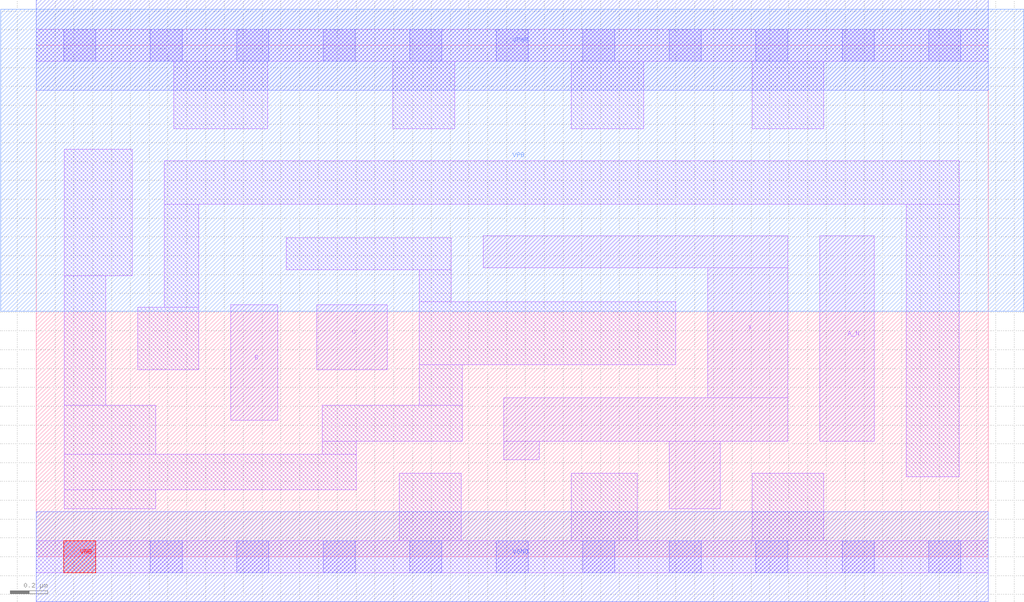
<source format=lef>
# Copyright 2020 The SkyWater PDK Authors
#
# Licensed under the Apache License, Version 2.0 (the "License");
# you may not use this file except in compliance with the License.
# You may obtain a copy of the License at
#
#     https://www.apache.org/licenses/LICENSE-2.0
#
# Unless required by applicable law or agreed to in writing, software
# distributed under the License is distributed on an "AS IS" BASIS,
# WITHOUT WARRANTIES OR CONDITIONS OF ANY KIND, either express or implied.
# See the License for the specific language governing permissions and
# limitations under the License.
#
# SPDX-License-Identifier: Apache-2.0

VERSION 5.7 ;
  NOWIREEXTENSIONATPIN ON ;
  DIVIDERCHAR "/" ;
  BUSBITCHARS "[]" ;
PROPERTYDEFINITIONS
  MACRO maskLayoutSubType STRING ;
  MACRO prCellType STRING ;
  MACRO originalViewName STRING ;
END PROPERTYDEFINITIONS
MACRO sky130_fd_sc_hdll__and3b_4
  CLASS CORE ;
  FOREIGN sky130_fd_sc_hdll__and3b_4 ;
  ORIGIN  0.000000  0.000000 ;
  SIZE  5.060000 BY  2.720000 ;
  SYMMETRY X Y R90 ;
  SITE unithd ;
  PIN A_N
    ANTENNAGATEAREA  0.138600 ;
    DIRECTION INPUT ;
    USE SIGNAL ;
    PORT
      LAYER li1 ;
        RECT 4.165000 0.615000 4.455000 1.705000 ;
    END
  END A_N
  PIN B
    ANTENNAGATEAREA  0.277500 ;
    DIRECTION INPUT ;
    USE SIGNAL ;
    PORT
      LAYER li1 ;
        RECT 1.035000 0.725000 1.285000 1.340000 ;
    END
  END B
  PIN C
    ANTENNAGATEAREA  0.277500 ;
    DIRECTION INPUT ;
    USE SIGNAL ;
    PORT
      LAYER li1 ;
        RECT 1.490000 0.995000 1.865000 1.340000 ;
    END
  END C
  PIN VGND
    ANTENNADIFFAREA  0.728500 ;
    DIRECTION INOUT ;
    USE SIGNAL ;
    PORT
      LAYER met1 ;
        RECT 0.000000 -0.240000 5.060000 0.240000 ;
    END
  END VGND
  PIN VNB
    PORT
      LAYER pwell ;
        RECT 0.145000 -0.085000 0.315000 0.085000 ;
    END
  END VNB
  PIN VPB
    PORT
      LAYER nwell ;
        RECT -0.190000 1.305000 5.250000 2.910000 ;
    END
  END VPB
  PIN VPWR
    ANTENNADIFFAREA  1.390700 ;
    DIRECTION INOUT ;
    USE SIGNAL ;
    PORT
      LAYER met1 ;
        RECT 0.000000 2.480000 5.060000 2.960000 ;
    END
  END VPWR
  PIN X
    ANTENNADIFFAREA  1.071500 ;
    DIRECTION OUTPUT ;
    USE SIGNAL ;
    PORT
      LAYER li1 ;
        RECT 2.375000 1.535000 3.995000 1.705000 ;
        RECT 2.485000 0.515000 2.675000 0.615000 ;
        RECT 2.485000 0.615000 3.995000 0.845000 ;
        RECT 3.365000 0.255000 3.635000 0.615000 ;
        RECT 3.570000 0.845000 3.995000 1.535000 ;
    END
  END X
  OBS
    LAYER li1 ;
      RECT 0.000000 -0.085000 5.060000 0.085000 ;
      RECT 0.000000  2.635000 5.060000 2.805000 ;
      RECT 0.150000  0.255000 0.635000 0.355000 ;
      RECT 0.150000  0.355000 1.700000 0.545000 ;
      RECT 0.150000  0.545000 0.635000 0.805000 ;
      RECT 0.150000  0.805000 0.370000 1.495000 ;
      RECT 0.150000  1.495000 0.510000 2.165000 ;
      RECT 0.540000  0.995000 0.865000 1.325000 ;
      RECT 0.680000  1.325000 0.865000 1.875000 ;
      RECT 0.680000  1.875000 4.905000 2.105000 ;
      RECT 0.730000  2.275000 1.230000 2.635000 ;
      RECT 1.330000  1.525000 2.205000 1.695000 ;
      RECT 1.520000  0.545000 1.700000 0.615000 ;
      RECT 1.520000  0.615000 2.265000 0.805000 ;
      RECT 1.895000  2.275000 2.225000 2.635000 ;
      RECT 1.930000  0.085000 2.260000 0.445000 ;
      RECT 2.035000  0.805000 2.265000 1.020000 ;
      RECT 2.035000  1.020000 3.400000 1.355000 ;
      RECT 2.035000  1.355000 2.205000 1.525000 ;
      RECT 2.845000  0.085000 3.195000 0.445000 ;
      RECT 2.845000  2.275000 3.230000 2.635000 ;
      RECT 3.805000  0.085000 4.185000 0.445000 ;
      RECT 3.805000  2.275000 4.185000 2.635000 ;
      RECT 4.625000  0.425000 4.905000 1.875000 ;
    LAYER mcon ;
      RECT 0.145000 -0.085000 0.315000 0.085000 ;
      RECT 0.145000  2.635000 0.315000 2.805000 ;
      RECT 0.605000 -0.085000 0.775000 0.085000 ;
      RECT 0.605000  2.635000 0.775000 2.805000 ;
      RECT 1.065000 -0.085000 1.235000 0.085000 ;
      RECT 1.065000  2.635000 1.235000 2.805000 ;
      RECT 1.525000 -0.085000 1.695000 0.085000 ;
      RECT 1.525000  2.635000 1.695000 2.805000 ;
      RECT 1.985000 -0.085000 2.155000 0.085000 ;
      RECT 1.985000  2.635000 2.155000 2.805000 ;
      RECT 2.445000 -0.085000 2.615000 0.085000 ;
      RECT 2.445000  2.635000 2.615000 2.805000 ;
      RECT 2.905000 -0.085000 3.075000 0.085000 ;
      RECT 2.905000  2.635000 3.075000 2.805000 ;
      RECT 3.365000 -0.085000 3.535000 0.085000 ;
      RECT 3.365000  2.635000 3.535000 2.805000 ;
      RECT 3.825000 -0.085000 3.995000 0.085000 ;
      RECT 3.825000  2.635000 3.995000 2.805000 ;
      RECT 4.285000 -0.085000 4.455000 0.085000 ;
      RECT 4.285000  2.635000 4.455000 2.805000 ;
      RECT 4.745000 -0.085000 4.915000 0.085000 ;
      RECT 4.745000  2.635000 4.915000 2.805000 ;
  END
  PROPERTY maskLayoutSubType "abstract" ;
  PROPERTY prCellType "standard" ;
  PROPERTY originalViewName "layout" ;
END sky130_fd_sc_hdll__and3b_4
END LIBRARY

</source>
